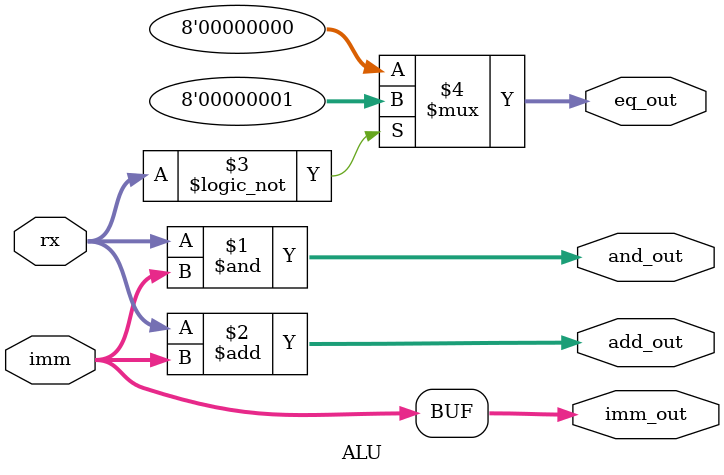
<source format=v>
`timescale 1ns / 1ps


module ALU (
    input [7:0]rx,
    input [7:0]imm,
    output [7:0]and_out,
    output [7:0]add_out,
    output [7:0]eq_out,
    output [7:0]imm_out
);

    assign and_out = rx & imm;
    assign add_out = rx + imm;
    assign eq_out = (rx == 8'b0) ? 8'b1 : 8'b0;
    assign imm_out = imm;
      
endmodule

</source>
